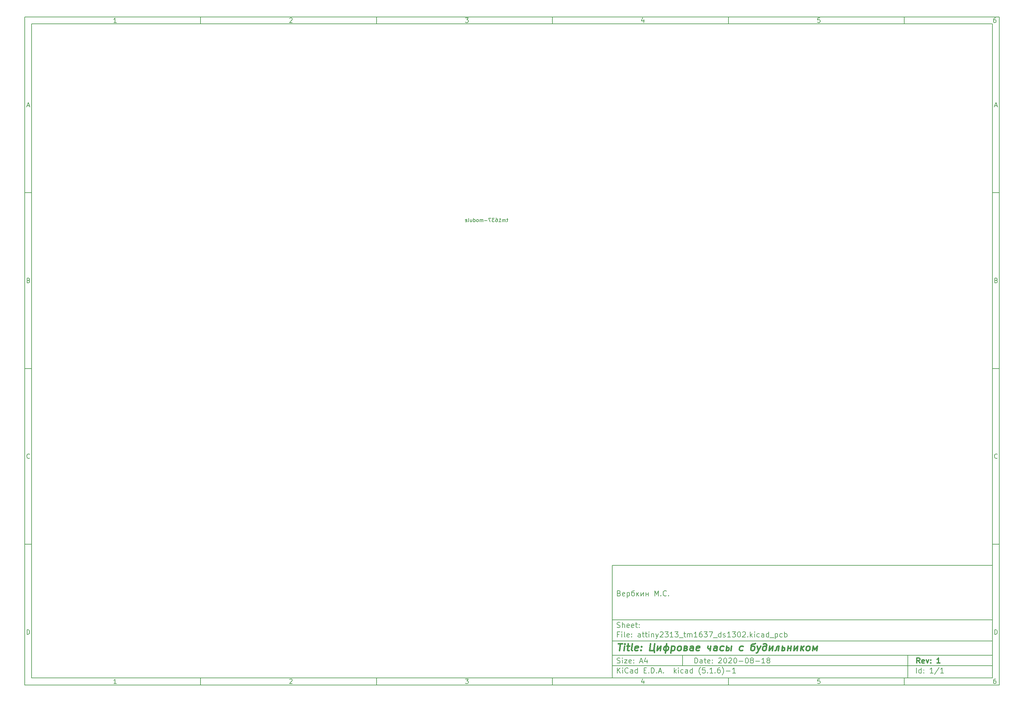
<source format=gbr>
%TF.GenerationSoftware,KiCad,Pcbnew,(5.1.6)-1*%
%TF.CreationDate,2020-08-18T15:16:58+05:00*%
%TF.ProjectId,attiny2313_tm1637_ds1302,61747469-6e79-4323-9331-335f746d3136,1*%
%TF.SameCoordinates,Original*%
%TF.FileFunction,Other,Fab,Bot*%
%FSLAX46Y46*%
G04 Gerber Fmt 4.6, Leading zero omitted, Abs format (unit mm)*
G04 Created by KiCad (PCBNEW (5.1.6)-1) date 2020-08-18 15:16:58*
%MOMM*%
%LPD*%
G01*
G04 APERTURE LIST*
%ADD10C,0.100000*%
%ADD11C,0.150000*%
%ADD12C,0.300000*%
%ADD13C,0.400000*%
G04 APERTURE END LIST*
D10*
D11*
X177002200Y-166007200D02*
X177002200Y-198007200D01*
X285002200Y-198007200D01*
X285002200Y-166007200D01*
X177002200Y-166007200D01*
D10*
D11*
X10000000Y-10000000D02*
X10000000Y-200007200D01*
X287002200Y-200007200D01*
X287002200Y-10000000D01*
X10000000Y-10000000D01*
D10*
D11*
X12000000Y-12000000D02*
X12000000Y-198007200D01*
X285002200Y-198007200D01*
X285002200Y-12000000D01*
X12000000Y-12000000D01*
D10*
D11*
X60000000Y-12000000D02*
X60000000Y-10000000D01*
D10*
D11*
X110000000Y-12000000D02*
X110000000Y-10000000D01*
D10*
D11*
X160000000Y-12000000D02*
X160000000Y-10000000D01*
D10*
D11*
X210000000Y-12000000D02*
X210000000Y-10000000D01*
D10*
D11*
X260000000Y-12000000D02*
X260000000Y-10000000D01*
D10*
D11*
X36065476Y-11588095D02*
X35322619Y-11588095D01*
X35694047Y-11588095D02*
X35694047Y-10288095D01*
X35570238Y-10473809D01*
X35446428Y-10597619D01*
X35322619Y-10659523D01*
D10*
D11*
X85322619Y-10411904D02*
X85384523Y-10350000D01*
X85508333Y-10288095D01*
X85817857Y-10288095D01*
X85941666Y-10350000D01*
X86003571Y-10411904D01*
X86065476Y-10535714D01*
X86065476Y-10659523D01*
X86003571Y-10845238D01*
X85260714Y-11588095D01*
X86065476Y-11588095D01*
D10*
D11*
X135260714Y-10288095D02*
X136065476Y-10288095D01*
X135632142Y-10783333D01*
X135817857Y-10783333D01*
X135941666Y-10845238D01*
X136003571Y-10907142D01*
X136065476Y-11030952D01*
X136065476Y-11340476D01*
X136003571Y-11464285D01*
X135941666Y-11526190D01*
X135817857Y-11588095D01*
X135446428Y-11588095D01*
X135322619Y-11526190D01*
X135260714Y-11464285D01*
D10*
D11*
X185941666Y-10721428D02*
X185941666Y-11588095D01*
X185632142Y-10226190D02*
X185322619Y-11154761D01*
X186127380Y-11154761D01*
D10*
D11*
X236003571Y-10288095D02*
X235384523Y-10288095D01*
X235322619Y-10907142D01*
X235384523Y-10845238D01*
X235508333Y-10783333D01*
X235817857Y-10783333D01*
X235941666Y-10845238D01*
X236003571Y-10907142D01*
X236065476Y-11030952D01*
X236065476Y-11340476D01*
X236003571Y-11464285D01*
X235941666Y-11526190D01*
X235817857Y-11588095D01*
X235508333Y-11588095D01*
X235384523Y-11526190D01*
X235322619Y-11464285D01*
D10*
D11*
X285941666Y-10288095D02*
X285694047Y-10288095D01*
X285570238Y-10350000D01*
X285508333Y-10411904D01*
X285384523Y-10597619D01*
X285322619Y-10845238D01*
X285322619Y-11340476D01*
X285384523Y-11464285D01*
X285446428Y-11526190D01*
X285570238Y-11588095D01*
X285817857Y-11588095D01*
X285941666Y-11526190D01*
X286003571Y-11464285D01*
X286065476Y-11340476D01*
X286065476Y-11030952D01*
X286003571Y-10907142D01*
X285941666Y-10845238D01*
X285817857Y-10783333D01*
X285570238Y-10783333D01*
X285446428Y-10845238D01*
X285384523Y-10907142D01*
X285322619Y-11030952D01*
D10*
D11*
X60000000Y-198007200D02*
X60000000Y-200007200D01*
D10*
D11*
X110000000Y-198007200D02*
X110000000Y-200007200D01*
D10*
D11*
X160000000Y-198007200D02*
X160000000Y-200007200D01*
D10*
D11*
X210000000Y-198007200D02*
X210000000Y-200007200D01*
D10*
D11*
X260000000Y-198007200D02*
X260000000Y-200007200D01*
D10*
D11*
X36065476Y-199595295D02*
X35322619Y-199595295D01*
X35694047Y-199595295D02*
X35694047Y-198295295D01*
X35570238Y-198481009D01*
X35446428Y-198604819D01*
X35322619Y-198666723D01*
D10*
D11*
X85322619Y-198419104D02*
X85384523Y-198357200D01*
X85508333Y-198295295D01*
X85817857Y-198295295D01*
X85941666Y-198357200D01*
X86003571Y-198419104D01*
X86065476Y-198542914D01*
X86065476Y-198666723D01*
X86003571Y-198852438D01*
X85260714Y-199595295D01*
X86065476Y-199595295D01*
D10*
D11*
X135260714Y-198295295D02*
X136065476Y-198295295D01*
X135632142Y-198790533D01*
X135817857Y-198790533D01*
X135941666Y-198852438D01*
X136003571Y-198914342D01*
X136065476Y-199038152D01*
X136065476Y-199347676D01*
X136003571Y-199471485D01*
X135941666Y-199533390D01*
X135817857Y-199595295D01*
X135446428Y-199595295D01*
X135322619Y-199533390D01*
X135260714Y-199471485D01*
D10*
D11*
X185941666Y-198728628D02*
X185941666Y-199595295D01*
X185632142Y-198233390D02*
X185322619Y-199161961D01*
X186127380Y-199161961D01*
D10*
D11*
X236003571Y-198295295D02*
X235384523Y-198295295D01*
X235322619Y-198914342D01*
X235384523Y-198852438D01*
X235508333Y-198790533D01*
X235817857Y-198790533D01*
X235941666Y-198852438D01*
X236003571Y-198914342D01*
X236065476Y-199038152D01*
X236065476Y-199347676D01*
X236003571Y-199471485D01*
X235941666Y-199533390D01*
X235817857Y-199595295D01*
X235508333Y-199595295D01*
X235384523Y-199533390D01*
X235322619Y-199471485D01*
D10*
D11*
X285941666Y-198295295D02*
X285694047Y-198295295D01*
X285570238Y-198357200D01*
X285508333Y-198419104D01*
X285384523Y-198604819D01*
X285322619Y-198852438D01*
X285322619Y-199347676D01*
X285384523Y-199471485D01*
X285446428Y-199533390D01*
X285570238Y-199595295D01*
X285817857Y-199595295D01*
X285941666Y-199533390D01*
X286003571Y-199471485D01*
X286065476Y-199347676D01*
X286065476Y-199038152D01*
X286003571Y-198914342D01*
X285941666Y-198852438D01*
X285817857Y-198790533D01*
X285570238Y-198790533D01*
X285446428Y-198852438D01*
X285384523Y-198914342D01*
X285322619Y-199038152D01*
D10*
D11*
X10000000Y-60000000D02*
X12000000Y-60000000D01*
D10*
D11*
X10000000Y-110000000D02*
X12000000Y-110000000D01*
D10*
D11*
X10000000Y-160000000D02*
X12000000Y-160000000D01*
D10*
D11*
X10690476Y-35216666D02*
X11309523Y-35216666D01*
X10566666Y-35588095D02*
X11000000Y-34288095D01*
X11433333Y-35588095D01*
D10*
D11*
X11092857Y-84907142D02*
X11278571Y-84969047D01*
X11340476Y-85030952D01*
X11402380Y-85154761D01*
X11402380Y-85340476D01*
X11340476Y-85464285D01*
X11278571Y-85526190D01*
X11154761Y-85588095D01*
X10659523Y-85588095D01*
X10659523Y-84288095D01*
X11092857Y-84288095D01*
X11216666Y-84350000D01*
X11278571Y-84411904D01*
X11340476Y-84535714D01*
X11340476Y-84659523D01*
X11278571Y-84783333D01*
X11216666Y-84845238D01*
X11092857Y-84907142D01*
X10659523Y-84907142D01*
D10*
D11*
X11402380Y-135464285D02*
X11340476Y-135526190D01*
X11154761Y-135588095D01*
X11030952Y-135588095D01*
X10845238Y-135526190D01*
X10721428Y-135402380D01*
X10659523Y-135278571D01*
X10597619Y-135030952D01*
X10597619Y-134845238D01*
X10659523Y-134597619D01*
X10721428Y-134473809D01*
X10845238Y-134350000D01*
X11030952Y-134288095D01*
X11154761Y-134288095D01*
X11340476Y-134350000D01*
X11402380Y-134411904D01*
D10*
D11*
X10659523Y-185588095D02*
X10659523Y-184288095D01*
X10969047Y-184288095D01*
X11154761Y-184350000D01*
X11278571Y-184473809D01*
X11340476Y-184597619D01*
X11402380Y-184845238D01*
X11402380Y-185030952D01*
X11340476Y-185278571D01*
X11278571Y-185402380D01*
X11154761Y-185526190D01*
X10969047Y-185588095D01*
X10659523Y-185588095D01*
D10*
D11*
X287002200Y-60000000D02*
X285002200Y-60000000D01*
D10*
D11*
X287002200Y-110000000D02*
X285002200Y-110000000D01*
D10*
D11*
X287002200Y-160000000D02*
X285002200Y-160000000D01*
D10*
D11*
X285692676Y-35216666D02*
X286311723Y-35216666D01*
X285568866Y-35588095D02*
X286002200Y-34288095D01*
X286435533Y-35588095D01*
D10*
D11*
X286095057Y-84907142D02*
X286280771Y-84969047D01*
X286342676Y-85030952D01*
X286404580Y-85154761D01*
X286404580Y-85340476D01*
X286342676Y-85464285D01*
X286280771Y-85526190D01*
X286156961Y-85588095D01*
X285661723Y-85588095D01*
X285661723Y-84288095D01*
X286095057Y-84288095D01*
X286218866Y-84350000D01*
X286280771Y-84411904D01*
X286342676Y-84535714D01*
X286342676Y-84659523D01*
X286280771Y-84783333D01*
X286218866Y-84845238D01*
X286095057Y-84907142D01*
X285661723Y-84907142D01*
D10*
D11*
X286404580Y-135464285D02*
X286342676Y-135526190D01*
X286156961Y-135588095D01*
X286033152Y-135588095D01*
X285847438Y-135526190D01*
X285723628Y-135402380D01*
X285661723Y-135278571D01*
X285599819Y-135030952D01*
X285599819Y-134845238D01*
X285661723Y-134597619D01*
X285723628Y-134473809D01*
X285847438Y-134350000D01*
X286033152Y-134288095D01*
X286156961Y-134288095D01*
X286342676Y-134350000D01*
X286404580Y-134411904D01*
D10*
D11*
X285661723Y-185588095D02*
X285661723Y-184288095D01*
X285971247Y-184288095D01*
X286156961Y-184350000D01*
X286280771Y-184473809D01*
X286342676Y-184597619D01*
X286404580Y-184845238D01*
X286404580Y-185030952D01*
X286342676Y-185278571D01*
X286280771Y-185402380D01*
X286156961Y-185526190D01*
X285971247Y-185588095D01*
X285661723Y-185588095D01*
D10*
D11*
X200434342Y-193785771D02*
X200434342Y-192285771D01*
X200791485Y-192285771D01*
X201005771Y-192357200D01*
X201148628Y-192500057D01*
X201220057Y-192642914D01*
X201291485Y-192928628D01*
X201291485Y-193142914D01*
X201220057Y-193428628D01*
X201148628Y-193571485D01*
X201005771Y-193714342D01*
X200791485Y-193785771D01*
X200434342Y-193785771D01*
X202577200Y-193785771D02*
X202577200Y-193000057D01*
X202505771Y-192857200D01*
X202362914Y-192785771D01*
X202077200Y-192785771D01*
X201934342Y-192857200D01*
X202577200Y-193714342D02*
X202434342Y-193785771D01*
X202077200Y-193785771D01*
X201934342Y-193714342D01*
X201862914Y-193571485D01*
X201862914Y-193428628D01*
X201934342Y-193285771D01*
X202077200Y-193214342D01*
X202434342Y-193214342D01*
X202577200Y-193142914D01*
X203077200Y-192785771D02*
X203648628Y-192785771D01*
X203291485Y-192285771D02*
X203291485Y-193571485D01*
X203362914Y-193714342D01*
X203505771Y-193785771D01*
X203648628Y-193785771D01*
X204720057Y-193714342D02*
X204577200Y-193785771D01*
X204291485Y-193785771D01*
X204148628Y-193714342D01*
X204077200Y-193571485D01*
X204077200Y-193000057D01*
X204148628Y-192857200D01*
X204291485Y-192785771D01*
X204577200Y-192785771D01*
X204720057Y-192857200D01*
X204791485Y-193000057D01*
X204791485Y-193142914D01*
X204077200Y-193285771D01*
X205434342Y-193642914D02*
X205505771Y-193714342D01*
X205434342Y-193785771D01*
X205362914Y-193714342D01*
X205434342Y-193642914D01*
X205434342Y-193785771D01*
X205434342Y-192857200D02*
X205505771Y-192928628D01*
X205434342Y-193000057D01*
X205362914Y-192928628D01*
X205434342Y-192857200D01*
X205434342Y-193000057D01*
X207220057Y-192428628D02*
X207291485Y-192357200D01*
X207434342Y-192285771D01*
X207791485Y-192285771D01*
X207934342Y-192357200D01*
X208005771Y-192428628D01*
X208077200Y-192571485D01*
X208077200Y-192714342D01*
X208005771Y-192928628D01*
X207148628Y-193785771D01*
X208077200Y-193785771D01*
X209005771Y-192285771D02*
X209148628Y-192285771D01*
X209291485Y-192357200D01*
X209362914Y-192428628D01*
X209434342Y-192571485D01*
X209505771Y-192857200D01*
X209505771Y-193214342D01*
X209434342Y-193500057D01*
X209362914Y-193642914D01*
X209291485Y-193714342D01*
X209148628Y-193785771D01*
X209005771Y-193785771D01*
X208862914Y-193714342D01*
X208791485Y-193642914D01*
X208720057Y-193500057D01*
X208648628Y-193214342D01*
X208648628Y-192857200D01*
X208720057Y-192571485D01*
X208791485Y-192428628D01*
X208862914Y-192357200D01*
X209005771Y-192285771D01*
X210077200Y-192428628D02*
X210148628Y-192357200D01*
X210291485Y-192285771D01*
X210648628Y-192285771D01*
X210791485Y-192357200D01*
X210862914Y-192428628D01*
X210934342Y-192571485D01*
X210934342Y-192714342D01*
X210862914Y-192928628D01*
X210005771Y-193785771D01*
X210934342Y-193785771D01*
X211862914Y-192285771D02*
X212005771Y-192285771D01*
X212148628Y-192357200D01*
X212220057Y-192428628D01*
X212291485Y-192571485D01*
X212362914Y-192857200D01*
X212362914Y-193214342D01*
X212291485Y-193500057D01*
X212220057Y-193642914D01*
X212148628Y-193714342D01*
X212005771Y-193785771D01*
X211862914Y-193785771D01*
X211720057Y-193714342D01*
X211648628Y-193642914D01*
X211577200Y-193500057D01*
X211505771Y-193214342D01*
X211505771Y-192857200D01*
X211577200Y-192571485D01*
X211648628Y-192428628D01*
X211720057Y-192357200D01*
X211862914Y-192285771D01*
X213005771Y-193214342D02*
X214148628Y-193214342D01*
X215148628Y-192285771D02*
X215291485Y-192285771D01*
X215434342Y-192357200D01*
X215505771Y-192428628D01*
X215577200Y-192571485D01*
X215648628Y-192857200D01*
X215648628Y-193214342D01*
X215577200Y-193500057D01*
X215505771Y-193642914D01*
X215434342Y-193714342D01*
X215291485Y-193785771D01*
X215148628Y-193785771D01*
X215005771Y-193714342D01*
X214934342Y-193642914D01*
X214862914Y-193500057D01*
X214791485Y-193214342D01*
X214791485Y-192857200D01*
X214862914Y-192571485D01*
X214934342Y-192428628D01*
X215005771Y-192357200D01*
X215148628Y-192285771D01*
X216505771Y-192928628D02*
X216362914Y-192857200D01*
X216291485Y-192785771D01*
X216220057Y-192642914D01*
X216220057Y-192571485D01*
X216291485Y-192428628D01*
X216362914Y-192357200D01*
X216505771Y-192285771D01*
X216791485Y-192285771D01*
X216934342Y-192357200D01*
X217005771Y-192428628D01*
X217077200Y-192571485D01*
X217077200Y-192642914D01*
X217005771Y-192785771D01*
X216934342Y-192857200D01*
X216791485Y-192928628D01*
X216505771Y-192928628D01*
X216362914Y-193000057D01*
X216291485Y-193071485D01*
X216220057Y-193214342D01*
X216220057Y-193500057D01*
X216291485Y-193642914D01*
X216362914Y-193714342D01*
X216505771Y-193785771D01*
X216791485Y-193785771D01*
X216934342Y-193714342D01*
X217005771Y-193642914D01*
X217077200Y-193500057D01*
X217077200Y-193214342D01*
X217005771Y-193071485D01*
X216934342Y-193000057D01*
X216791485Y-192928628D01*
X217720057Y-193214342D02*
X218862914Y-193214342D01*
X220362914Y-193785771D02*
X219505771Y-193785771D01*
X219934342Y-193785771D02*
X219934342Y-192285771D01*
X219791485Y-192500057D01*
X219648628Y-192642914D01*
X219505771Y-192714342D01*
X221220057Y-192928628D02*
X221077200Y-192857200D01*
X221005771Y-192785771D01*
X220934342Y-192642914D01*
X220934342Y-192571485D01*
X221005771Y-192428628D01*
X221077200Y-192357200D01*
X221220057Y-192285771D01*
X221505771Y-192285771D01*
X221648628Y-192357200D01*
X221720057Y-192428628D01*
X221791485Y-192571485D01*
X221791485Y-192642914D01*
X221720057Y-192785771D01*
X221648628Y-192857200D01*
X221505771Y-192928628D01*
X221220057Y-192928628D01*
X221077200Y-193000057D01*
X221005771Y-193071485D01*
X220934342Y-193214342D01*
X220934342Y-193500057D01*
X221005771Y-193642914D01*
X221077200Y-193714342D01*
X221220057Y-193785771D01*
X221505771Y-193785771D01*
X221648628Y-193714342D01*
X221720057Y-193642914D01*
X221791485Y-193500057D01*
X221791485Y-193214342D01*
X221720057Y-193071485D01*
X221648628Y-193000057D01*
X221505771Y-192928628D01*
D10*
D11*
X177002200Y-194507200D02*
X285002200Y-194507200D01*
D10*
D11*
X178434342Y-196585771D02*
X178434342Y-195085771D01*
X179291485Y-196585771D02*
X178648628Y-195728628D01*
X179291485Y-195085771D02*
X178434342Y-195942914D01*
X179934342Y-196585771D02*
X179934342Y-195585771D01*
X179934342Y-195085771D02*
X179862914Y-195157200D01*
X179934342Y-195228628D01*
X180005771Y-195157200D01*
X179934342Y-195085771D01*
X179934342Y-195228628D01*
X181505771Y-196442914D02*
X181434342Y-196514342D01*
X181220057Y-196585771D01*
X181077200Y-196585771D01*
X180862914Y-196514342D01*
X180720057Y-196371485D01*
X180648628Y-196228628D01*
X180577200Y-195942914D01*
X180577200Y-195728628D01*
X180648628Y-195442914D01*
X180720057Y-195300057D01*
X180862914Y-195157200D01*
X181077200Y-195085771D01*
X181220057Y-195085771D01*
X181434342Y-195157200D01*
X181505771Y-195228628D01*
X182791485Y-196585771D02*
X182791485Y-195800057D01*
X182720057Y-195657200D01*
X182577200Y-195585771D01*
X182291485Y-195585771D01*
X182148628Y-195657200D01*
X182791485Y-196514342D02*
X182648628Y-196585771D01*
X182291485Y-196585771D01*
X182148628Y-196514342D01*
X182077200Y-196371485D01*
X182077200Y-196228628D01*
X182148628Y-196085771D01*
X182291485Y-196014342D01*
X182648628Y-196014342D01*
X182791485Y-195942914D01*
X184148628Y-196585771D02*
X184148628Y-195085771D01*
X184148628Y-196514342D02*
X184005771Y-196585771D01*
X183720057Y-196585771D01*
X183577200Y-196514342D01*
X183505771Y-196442914D01*
X183434342Y-196300057D01*
X183434342Y-195871485D01*
X183505771Y-195728628D01*
X183577200Y-195657200D01*
X183720057Y-195585771D01*
X184005771Y-195585771D01*
X184148628Y-195657200D01*
X186005771Y-195800057D02*
X186505771Y-195800057D01*
X186720057Y-196585771D02*
X186005771Y-196585771D01*
X186005771Y-195085771D01*
X186720057Y-195085771D01*
X187362914Y-196442914D02*
X187434342Y-196514342D01*
X187362914Y-196585771D01*
X187291485Y-196514342D01*
X187362914Y-196442914D01*
X187362914Y-196585771D01*
X188077200Y-196585771D02*
X188077200Y-195085771D01*
X188434342Y-195085771D01*
X188648628Y-195157200D01*
X188791485Y-195300057D01*
X188862914Y-195442914D01*
X188934342Y-195728628D01*
X188934342Y-195942914D01*
X188862914Y-196228628D01*
X188791485Y-196371485D01*
X188648628Y-196514342D01*
X188434342Y-196585771D01*
X188077200Y-196585771D01*
X189577200Y-196442914D02*
X189648628Y-196514342D01*
X189577200Y-196585771D01*
X189505771Y-196514342D01*
X189577200Y-196442914D01*
X189577200Y-196585771D01*
X190220057Y-196157200D02*
X190934342Y-196157200D01*
X190077200Y-196585771D02*
X190577200Y-195085771D01*
X191077200Y-196585771D01*
X191577200Y-196442914D02*
X191648628Y-196514342D01*
X191577200Y-196585771D01*
X191505771Y-196514342D01*
X191577200Y-196442914D01*
X191577200Y-196585771D01*
X194577200Y-196585771D02*
X194577200Y-195085771D01*
X194720057Y-196014342D02*
X195148628Y-196585771D01*
X195148628Y-195585771D02*
X194577200Y-196157200D01*
X195791485Y-196585771D02*
X195791485Y-195585771D01*
X195791485Y-195085771D02*
X195720057Y-195157200D01*
X195791485Y-195228628D01*
X195862914Y-195157200D01*
X195791485Y-195085771D01*
X195791485Y-195228628D01*
X197148628Y-196514342D02*
X197005771Y-196585771D01*
X196720057Y-196585771D01*
X196577200Y-196514342D01*
X196505771Y-196442914D01*
X196434342Y-196300057D01*
X196434342Y-195871485D01*
X196505771Y-195728628D01*
X196577200Y-195657200D01*
X196720057Y-195585771D01*
X197005771Y-195585771D01*
X197148628Y-195657200D01*
X198434342Y-196585771D02*
X198434342Y-195800057D01*
X198362914Y-195657200D01*
X198220057Y-195585771D01*
X197934342Y-195585771D01*
X197791485Y-195657200D01*
X198434342Y-196514342D02*
X198291485Y-196585771D01*
X197934342Y-196585771D01*
X197791485Y-196514342D01*
X197720057Y-196371485D01*
X197720057Y-196228628D01*
X197791485Y-196085771D01*
X197934342Y-196014342D01*
X198291485Y-196014342D01*
X198434342Y-195942914D01*
X199791485Y-196585771D02*
X199791485Y-195085771D01*
X199791485Y-196514342D02*
X199648628Y-196585771D01*
X199362914Y-196585771D01*
X199220057Y-196514342D01*
X199148628Y-196442914D01*
X199077200Y-196300057D01*
X199077200Y-195871485D01*
X199148628Y-195728628D01*
X199220057Y-195657200D01*
X199362914Y-195585771D01*
X199648628Y-195585771D01*
X199791485Y-195657200D01*
X202077200Y-197157200D02*
X202005771Y-197085771D01*
X201862914Y-196871485D01*
X201791485Y-196728628D01*
X201720057Y-196514342D01*
X201648628Y-196157200D01*
X201648628Y-195871485D01*
X201720057Y-195514342D01*
X201791485Y-195300057D01*
X201862914Y-195157200D01*
X202005771Y-194942914D01*
X202077200Y-194871485D01*
X203362914Y-195085771D02*
X202648628Y-195085771D01*
X202577200Y-195800057D01*
X202648628Y-195728628D01*
X202791485Y-195657200D01*
X203148628Y-195657200D01*
X203291485Y-195728628D01*
X203362914Y-195800057D01*
X203434342Y-195942914D01*
X203434342Y-196300057D01*
X203362914Y-196442914D01*
X203291485Y-196514342D01*
X203148628Y-196585771D01*
X202791485Y-196585771D01*
X202648628Y-196514342D01*
X202577200Y-196442914D01*
X204077200Y-196442914D02*
X204148628Y-196514342D01*
X204077200Y-196585771D01*
X204005771Y-196514342D01*
X204077200Y-196442914D01*
X204077200Y-196585771D01*
X205577200Y-196585771D02*
X204720057Y-196585771D01*
X205148628Y-196585771D02*
X205148628Y-195085771D01*
X205005771Y-195300057D01*
X204862914Y-195442914D01*
X204720057Y-195514342D01*
X206220057Y-196442914D02*
X206291485Y-196514342D01*
X206220057Y-196585771D01*
X206148628Y-196514342D01*
X206220057Y-196442914D01*
X206220057Y-196585771D01*
X207577200Y-195085771D02*
X207291485Y-195085771D01*
X207148628Y-195157200D01*
X207077200Y-195228628D01*
X206934342Y-195442914D01*
X206862914Y-195728628D01*
X206862914Y-196300057D01*
X206934342Y-196442914D01*
X207005771Y-196514342D01*
X207148628Y-196585771D01*
X207434342Y-196585771D01*
X207577200Y-196514342D01*
X207648628Y-196442914D01*
X207720057Y-196300057D01*
X207720057Y-195942914D01*
X207648628Y-195800057D01*
X207577200Y-195728628D01*
X207434342Y-195657200D01*
X207148628Y-195657200D01*
X207005771Y-195728628D01*
X206934342Y-195800057D01*
X206862914Y-195942914D01*
X208220057Y-197157200D02*
X208291485Y-197085771D01*
X208434342Y-196871485D01*
X208505771Y-196728628D01*
X208577200Y-196514342D01*
X208648628Y-196157200D01*
X208648628Y-195871485D01*
X208577200Y-195514342D01*
X208505771Y-195300057D01*
X208434342Y-195157200D01*
X208291485Y-194942914D01*
X208220057Y-194871485D01*
X209362914Y-196014342D02*
X210505771Y-196014342D01*
X212005771Y-196585771D02*
X211148628Y-196585771D01*
X211577200Y-196585771D02*
X211577200Y-195085771D01*
X211434342Y-195300057D01*
X211291485Y-195442914D01*
X211148628Y-195514342D01*
D10*
D11*
X177002200Y-191507200D02*
X285002200Y-191507200D01*
D10*
D12*
X264411485Y-193785771D02*
X263911485Y-193071485D01*
X263554342Y-193785771D02*
X263554342Y-192285771D01*
X264125771Y-192285771D01*
X264268628Y-192357200D01*
X264340057Y-192428628D01*
X264411485Y-192571485D01*
X264411485Y-192785771D01*
X264340057Y-192928628D01*
X264268628Y-193000057D01*
X264125771Y-193071485D01*
X263554342Y-193071485D01*
X265625771Y-193714342D02*
X265482914Y-193785771D01*
X265197200Y-193785771D01*
X265054342Y-193714342D01*
X264982914Y-193571485D01*
X264982914Y-193000057D01*
X265054342Y-192857200D01*
X265197200Y-192785771D01*
X265482914Y-192785771D01*
X265625771Y-192857200D01*
X265697200Y-193000057D01*
X265697200Y-193142914D01*
X264982914Y-193285771D01*
X266197200Y-192785771D02*
X266554342Y-193785771D01*
X266911485Y-192785771D01*
X267482914Y-193642914D02*
X267554342Y-193714342D01*
X267482914Y-193785771D01*
X267411485Y-193714342D01*
X267482914Y-193642914D01*
X267482914Y-193785771D01*
X267482914Y-192857200D02*
X267554342Y-192928628D01*
X267482914Y-193000057D01*
X267411485Y-192928628D01*
X267482914Y-192857200D01*
X267482914Y-193000057D01*
X270125771Y-193785771D02*
X269268628Y-193785771D01*
X269697200Y-193785771D02*
X269697200Y-192285771D01*
X269554342Y-192500057D01*
X269411485Y-192642914D01*
X269268628Y-192714342D01*
D10*
D11*
X178362914Y-193714342D02*
X178577200Y-193785771D01*
X178934342Y-193785771D01*
X179077200Y-193714342D01*
X179148628Y-193642914D01*
X179220057Y-193500057D01*
X179220057Y-193357200D01*
X179148628Y-193214342D01*
X179077200Y-193142914D01*
X178934342Y-193071485D01*
X178648628Y-193000057D01*
X178505771Y-192928628D01*
X178434342Y-192857200D01*
X178362914Y-192714342D01*
X178362914Y-192571485D01*
X178434342Y-192428628D01*
X178505771Y-192357200D01*
X178648628Y-192285771D01*
X179005771Y-192285771D01*
X179220057Y-192357200D01*
X179862914Y-193785771D02*
X179862914Y-192785771D01*
X179862914Y-192285771D02*
X179791485Y-192357200D01*
X179862914Y-192428628D01*
X179934342Y-192357200D01*
X179862914Y-192285771D01*
X179862914Y-192428628D01*
X180434342Y-192785771D02*
X181220057Y-192785771D01*
X180434342Y-193785771D01*
X181220057Y-193785771D01*
X182362914Y-193714342D02*
X182220057Y-193785771D01*
X181934342Y-193785771D01*
X181791485Y-193714342D01*
X181720057Y-193571485D01*
X181720057Y-193000057D01*
X181791485Y-192857200D01*
X181934342Y-192785771D01*
X182220057Y-192785771D01*
X182362914Y-192857200D01*
X182434342Y-193000057D01*
X182434342Y-193142914D01*
X181720057Y-193285771D01*
X183077200Y-193642914D02*
X183148628Y-193714342D01*
X183077200Y-193785771D01*
X183005771Y-193714342D01*
X183077200Y-193642914D01*
X183077200Y-193785771D01*
X183077200Y-192857200D02*
X183148628Y-192928628D01*
X183077200Y-193000057D01*
X183005771Y-192928628D01*
X183077200Y-192857200D01*
X183077200Y-193000057D01*
X184862914Y-193357200D02*
X185577200Y-193357200D01*
X184720057Y-193785771D02*
X185220057Y-192285771D01*
X185720057Y-193785771D01*
X186862914Y-192785771D02*
X186862914Y-193785771D01*
X186505771Y-192214342D02*
X186148628Y-193285771D01*
X187077200Y-193285771D01*
D10*
D11*
X263434342Y-196585771D02*
X263434342Y-195085771D01*
X264791485Y-196585771D02*
X264791485Y-195085771D01*
X264791485Y-196514342D02*
X264648628Y-196585771D01*
X264362914Y-196585771D01*
X264220057Y-196514342D01*
X264148628Y-196442914D01*
X264077200Y-196300057D01*
X264077200Y-195871485D01*
X264148628Y-195728628D01*
X264220057Y-195657200D01*
X264362914Y-195585771D01*
X264648628Y-195585771D01*
X264791485Y-195657200D01*
X265505771Y-196442914D02*
X265577200Y-196514342D01*
X265505771Y-196585771D01*
X265434342Y-196514342D01*
X265505771Y-196442914D01*
X265505771Y-196585771D01*
X265505771Y-195657200D02*
X265577200Y-195728628D01*
X265505771Y-195800057D01*
X265434342Y-195728628D01*
X265505771Y-195657200D01*
X265505771Y-195800057D01*
X268148628Y-196585771D02*
X267291485Y-196585771D01*
X267720057Y-196585771D02*
X267720057Y-195085771D01*
X267577200Y-195300057D01*
X267434342Y-195442914D01*
X267291485Y-195514342D01*
X269862914Y-195014342D02*
X268577200Y-196942914D01*
X271148628Y-196585771D02*
X270291485Y-196585771D01*
X270720057Y-196585771D02*
X270720057Y-195085771D01*
X270577200Y-195300057D01*
X270434342Y-195442914D01*
X270291485Y-195514342D01*
D10*
D11*
X177002200Y-187507200D02*
X285002200Y-187507200D01*
D10*
D13*
X178714580Y-188211961D02*
X179857438Y-188211961D01*
X179036009Y-190211961D02*
X179286009Y-188211961D01*
X180274104Y-190211961D02*
X180440771Y-188878628D01*
X180524104Y-188211961D02*
X180416961Y-188307200D01*
X180500295Y-188402438D01*
X180607438Y-188307200D01*
X180524104Y-188211961D01*
X180500295Y-188402438D01*
X181107438Y-188878628D02*
X181869342Y-188878628D01*
X181476485Y-188211961D02*
X181262200Y-189926247D01*
X181333628Y-190116723D01*
X181512200Y-190211961D01*
X181702676Y-190211961D01*
X182655057Y-190211961D02*
X182476485Y-190116723D01*
X182405057Y-189926247D01*
X182619342Y-188211961D01*
X184190771Y-190116723D02*
X183988390Y-190211961D01*
X183607438Y-190211961D01*
X183428866Y-190116723D01*
X183357438Y-189926247D01*
X183452676Y-189164342D01*
X183571723Y-188973866D01*
X183774104Y-188878628D01*
X184155057Y-188878628D01*
X184333628Y-188973866D01*
X184405057Y-189164342D01*
X184381247Y-189354819D01*
X183405057Y-189545295D01*
X185155057Y-190021485D02*
X185238390Y-190116723D01*
X185131247Y-190211961D01*
X185047914Y-190116723D01*
X185155057Y-190021485D01*
X185131247Y-190211961D01*
X185286009Y-188973866D02*
X185369342Y-189069104D01*
X185262200Y-189164342D01*
X185178866Y-189069104D01*
X185286009Y-188973866D01*
X185262200Y-189164342D01*
X189000295Y-188211961D02*
X188750295Y-190211961D01*
X187857438Y-188211961D02*
X187607438Y-190211961D01*
X188940771Y-190211961D01*
X188881247Y-190688152D01*
X189869342Y-188878628D02*
X189702676Y-190211961D01*
X190821723Y-188878628D01*
X190655057Y-190211961D01*
X192428866Y-188211961D02*
X192095533Y-190878628D01*
X192155057Y-188878628D02*
X192536009Y-188878628D01*
X192714580Y-188973866D01*
X192881247Y-189164342D01*
X192952676Y-189354819D01*
X192905057Y-189735771D01*
X192786009Y-189926247D01*
X192571723Y-190116723D01*
X192369342Y-190211961D01*
X191988390Y-190211961D01*
X191809819Y-190116723D01*
X191643152Y-189926247D01*
X191571723Y-189735771D01*
X191619342Y-189354819D01*
X191738390Y-189164342D01*
X191952676Y-188973866D01*
X192155057Y-188878628D01*
X193869342Y-188878628D02*
X193619342Y-190878628D01*
X193857438Y-188973866D02*
X194059819Y-188878628D01*
X194440771Y-188878628D01*
X194619342Y-188973866D01*
X194702676Y-189069104D01*
X194774104Y-189259580D01*
X194702676Y-189831009D01*
X194583628Y-190021485D01*
X194476485Y-190116723D01*
X194274104Y-190211961D01*
X193893152Y-190211961D01*
X193714580Y-190116723D01*
X195797914Y-190211961D02*
X195619342Y-190116723D01*
X195536009Y-190021485D01*
X195464580Y-189831009D01*
X195536009Y-189259580D01*
X195655057Y-189069104D01*
X195762200Y-188973866D01*
X195964580Y-188878628D01*
X196250295Y-188878628D01*
X196428866Y-188973866D01*
X196512200Y-189069104D01*
X196583628Y-189259580D01*
X196512200Y-189831009D01*
X196393152Y-190021485D01*
X196286009Y-190116723D01*
X196083628Y-190211961D01*
X195797914Y-190211961D01*
X197881247Y-189545295D02*
X198155057Y-189640533D01*
X198226485Y-189831009D01*
X198214580Y-189926247D01*
X198095533Y-190116723D01*
X197893152Y-190211961D01*
X197321723Y-190211961D01*
X197488390Y-188878628D01*
X197964580Y-188878628D01*
X198143152Y-188973866D01*
X198214580Y-189164342D01*
X198202676Y-189259580D01*
X198083628Y-189450057D01*
X197881247Y-189545295D01*
X197405057Y-189545295D01*
X199893152Y-190211961D02*
X200024104Y-189164342D01*
X199952676Y-188973866D01*
X199774104Y-188878628D01*
X199393152Y-188878628D01*
X199190771Y-188973866D01*
X199905057Y-190116723D02*
X199702676Y-190211961D01*
X199226485Y-190211961D01*
X199047914Y-190116723D01*
X198976485Y-189926247D01*
X199000295Y-189735771D01*
X199119342Y-189545295D01*
X199321723Y-189450057D01*
X199797914Y-189450057D01*
X200000295Y-189354819D01*
X201619342Y-190116723D02*
X201416961Y-190211961D01*
X201036009Y-190211961D01*
X200857438Y-190116723D01*
X200786009Y-189926247D01*
X200881247Y-189164342D01*
X201000295Y-188973866D01*
X201202676Y-188878628D01*
X201583628Y-188878628D01*
X201762200Y-188973866D01*
X201833628Y-189164342D01*
X201809819Y-189354819D01*
X200833628Y-189545295D01*
X204916961Y-188878628D02*
X204750295Y-190211961D01*
X204155057Y-188878628D02*
X204095533Y-189354819D01*
X204166961Y-189545295D01*
X204345533Y-189640533D01*
X204821723Y-189640533D01*
X206655057Y-190211961D02*
X206786009Y-189164342D01*
X206714580Y-188973866D01*
X206536009Y-188878628D01*
X206155057Y-188878628D01*
X205952676Y-188973866D01*
X206666961Y-190116723D02*
X206464580Y-190211961D01*
X205988390Y-190211961D01*
X205809819Y-190116723D01*
X205738390Y-189926247D01*
X205762200Y-189735771D01*
X205881247Y-189545295D01*
X206083628Y-189450057D01*
X206559819Y-189450057D01*
X206762200Y-189354819D01*
X208476485Y-190116723D02*
X208274104Y-190211961D01*
X207893152Y-190211961D01*
X207714580Y-190116723D01*
X207631247Y-190021485D01*
X207559819Y-189831009D01*
X207631247Y-189259580D01*
X207750295Y-189069104D01*
X207857438Y-188973866D01*
X208059819Y-188878628D01*
X208440771Y-188878628D01*
X208619342Y-188973866D01*
X210821723Y-188878628D02*
X210655057Y-190211961D01*
X209488390Y-188878628D02*
X209321723Y-190211961D01*
X209797914Y-190211961D01*
X210000295Y-190116723D01*
X210119342Y-189926247D01*
X210155057Y-189640533D01*
X210083628Y-189450057D01*
X209905057Y-189354819D01*
X209428866Y-189354819D01*
X214000295Y-190116723D02*
X213797914Y-190211961D01*
X213416961Y-190211961D01*
X213238390Y-190116723D01*
X213155057Y-190021485D01*
X213083628Y-189831009D01*
X213155057Y-189259580D01*
X213274104Y-189069104D01*
X213381247Y-188973866D01*
X213583628Y-188878628D01*
X213964580Y-188878628D01*
X214143152Y-188973866D01*
X217583628Y-188116723D02*
X217476485Y-188211961D01*
X217274104Y-188307200D01*
X216893152Y-188307200D01*
X216690771Y-188402438D01*
X216583628Y-188497676D01*
X216464580Y-188688152D01*
X216321723Y-189831009D01*
X216393152Y-190021485D01*
X216476485Y-190116723D01*
X216655057Y-190211961D01*
X216940771Y-190211961D01*
X217143152Y-190116723D01*
X217250295Y-190021485D01*
X217369342Y-189831009D01*
X217440771Y-189259580D01*
X217369342Y-189069104D01*
X217286009Y-188973866D01*
X217107438Y-188878628D01*
X216726485Y-188878628D01*
X216524104Y-188973866D01*
X216416961Y-189069104D01*
X218155057Y-188878628D02*
X218464580Y-190211961D01*
X219107438Y-188878628D02*
X218464580Y-190211961D01*
X218214580Y-190688152D01*
X218107438Y-190783390D01*
X217905057Y-190878628D01*
X220797914Y-189069104D02*
X220714580Y-188973866D01*
X220536009Y-188878628D01*
X220155057Y-188878628D01*
X219952676Y-188973866D01*
X219845533Y-189069104D01*
X219726485Y-189259580D01*
X219655057Y-189831009D01*
X219726485Y-190021485D01*
X219809819Y-190116723D01*
X219988390Y-190211961D01*
X220274104Y-190211961D01*
X220476485Y-190116723D01*
X220583628Y-190021485D01*
X220702676Y-189831009D01*
X220857438Y-188592914D01*
X220786009Y-188402438D01*
X220702676Y-188307200D01*
X220524104Y-188211961D01*
X220143152Y-188211961D01*
X219940771Y-188307200D01*
X221678866Y-188878628D02*
X221512200Y-190211961D01*
X222631247Y-188878628D01*
X222464580Y-190211961D01*
X224178866Y-190211961D02*
X224345533Y-188878628D01*
X224059819Y-188878628D01*
X223857438Y-188973866D01*
X223738390Y-189164342D01*
X223547914Y-189926247D01*
X223428866Y-190116723D01*
X223226485Y-190211961D01*
X225297914Y-188878628D02*
X225131247Y-190211961D01*
X225607438Y-190211961D01*
X225809819Y-190116723D01*
X225928866Y-189926247D01*
X225964580Y-189640533D01*
X225893152Y-189450057D01*
X225714580Y-189354819D01*
X225238390Y-189354819D01*
X226833628Y-189545295D02*
X227690771Y-189545295D01*
X226916961Y-188878628D02*
X226750295Y-190211961D01*
X227774104Y-188878628D02*
X227607438Y-190211961D01*
X228726485Y-188878628D02*
X228559819Y-190211961D01*
X229678866Y-188878628D01*
X229512199Y-190211961D01*
X230631247Y-188878628D02*
X230464580Y-190211961D01*
X230750295Y-189450057D02*
X231226485Y-190211961D01*
X231393152Y-188878628D02*
X230536009Y-189640533D01*
X232369342Y-190211961D02*
X232190771Y-190116723D01*
X232107438Y-190021485D01*
X232036009Y-189831009D01*
X232107438Y-189259580D01*
X232226485Y-189069104D01*
X232333628Y-188973866D01*
X232536009Y-188878628D01*
X232821723Y-188878628D01*
X233000295Y-188973866D01*
X233083628Y-189069104D01*
X233155057Y-189259580D01*
X233083628Y-189831009D01*
X232964580Y-190021485D01*
X232857438Y-190116723D01*
X232655057Y-190211961D01*
X232369342Y-190211961D01*
X233893152Y-190211961D02*
X234059819Y-188878628D01*
X234500295Y-189926247D01*
X235202676Y-188878628D01*
X235036009Y-190211961D01*
D10*
D11*
X178934342Y-185600057D02*
X178434342Y-185600057D01*
X178434342Y-186385771D02*
X178434342Y-184885771D01*
X179148628Y-184885771D01*
X179720057Y-186385771D02*
X179720057Y-185385771D01*
X179720057Y-184885771D02*
X179648628Y-184957200D01*
X179720057Y-185028628D01*
X179791485Y-184957200D01*
X179720057Y-184885771D01*
X179720057Y-185028628D01*
X180648628Y-186385771D02*
X180505771Y-186314342D01*
X180434342Y-186171485D01*
X180434342Y-184885771D01*
X181791485Y-186314342D02*
X181648628Y-186385771D01*
X181362914Y-186385771D01*
X181220057Y-186314342D01*
X181148628Y-186171485D01*
X181148628Y-185600057D01*
X181220057Y-185457200D01*
X181362914Y-185385771D01*
X181648628Y-185385771D01*
X181791485Y-185457200D01*
X181862914Y-185600057D01*
X181862914Y-185742914D01*
X181148628Y-185885771D01*
X182505771Y-186242914D02*
X182577200Y-186314342D01*
X182505771Y-186385771D01*
X182434342Y-186314342D01*
X182505771Y-186242914D01*
X182505771Y-186385771D01*
X182505771Y-185457200D02*
X182577200Y-185528628D01*
X182505771Y-185600057D01*
X182434342Y-185528628D01*
X182505771Y-185457200D01*
X182505771Y-185600057D01*
X185005771Y-186385771D02*
X185005771Y-185600057D01*
X184934342Y-185457200D01*
X184791485Y-185385771D01*
X184505771Y-185385771D01*
X184362914Y-185457200D01*
X185005771Y-186314342D02*
X184862914Y-186385771D01*
X184505771Y-186385771D01*
X184362914Y-186314342D01*
X184291485Y-186171485D01*
X184291485Y-186028628D01*
X184362914Y-185885771D01*
X184505771Y-185814342D01*
X184862914Y-185814342D01*
X185005771Y-185742914D01*
X185505771Y-185385771D02*
X186077200Y-185385771D01*
X185720057Y-184885771D02*
X185720057Y-186171485D01*
X185791485Y-186314342D01*
X185934342Y-186385771D01*
X186077200Y-186385771D01*
X186362914Y-185385771D02*
X186934342Y-185385771D01*
X186577200Y-184885771D02*
X186577200Y-186171485D01*
X186648628Y-186314342D01*
X186791485Y-186385771D01*
X186934342Y-186385771D01*
X187434342Y-186385771D02*
X187434342Y-185385771D01*
X187434342Y-184885771D02*
X187362914Y-184957200D01*
X187434342Y-185028628D01*
X187505771Y-184957200D01*
X187434342Y-184885771D01*
X187434342Y-185028628D01*
X188148628Y-185385771D02*
X188148628Y-186385771D01*
X188148628Y-185528628D02*
X188220057Y-185457200D01*
X188362914Y-185385771D01*
X188577200Y-185385771D01*
X188720057Y-185457200D01*
X188791485Y-185600057D01*
X188791485Y-186385771D01*
X189362914Y-185385771D02*
X189720057Y-186385771D01*
X190077200Y-185385771D02*
X189720057Y-186385771D01*
X189577200Y-186742914D01*
X189505771Y-186814342D01*
X189362914Y-186885771D01*
X190577200Y-185028628D02*
X190648628Y-184957200D01*
X190791485Y-184885771D01*
X191148628Y-184885771D01*
X191291485Y-184957200D01*
X191362914Y-185028628D01*
X191434342Y-185171485D01*
X191434342Y-185314342D01*
X191362914Y-185528628D01*
X190505771Y-186385771D01*
X191434342Y-186385771D01*
X191934342Y-184885771D02*
X192862914Y-184885771D01*
X192362914Y-185457200D01*
X192577200Y-185457200D01*
X192720057Y-185528628D01*
X192791485Y-185600057D01*
X192862914Y-185742914D01*
X192862914Y-186100057D01*
X192791485Y-186242914D01*
X192720057Y-186314342D01*
X192577200Y-186385771D01*
X192148628Y-186385771D01*
X192005771Y-186314342D01*
X191934342Y-186242914D01*
X194291485Y-186385771D02*
X193434342Y-186385771D01*
X193862914Y-186385771D02*
X193862914Y-184885771D01*
X193720057Y-185100057D01*
X193577200Y-185242914D01*
X193434342Y-185314342D01*
X194791485Y-184885771D02*
X195720057Y-184885771D01*
X195220057Y-185457200D01*
X195434342Y-185457200D01*
X195577200Y-185528628D01*
X195648628Y-185600057D01*
X195720057Y-185742914D01*
X195720057Y-186100057D01*
X195648628Y-186242914D01*
X195577200Y-186314342D01*
X195434342Y-186385771D01*
X195005771Y-186385771D01*
X194862914Y-186314342D01*
X194791485Y-186242914D01*
X196005771Y-186528628D02*
X197148628Y-186528628D01*
X197291485Y-185385771D02*
X197862914Y-185385771D01*
X197505771Y-184885771D02*
X197505771Y-186171485D01*
X197577200Y-186314342D01*
X197720057Y-186385771D01*
X197862914Y-186385771D01*
X198362914Y-186385771D02*
X198362914Y-185385771D01*
X198362914Y-185528628D02*
X198434342Y-185457200D01*
X198577200Y-185385771D01*
X198791485Y-185385771D01*
X198934342Y-185457200D01*
X199005771Y-185600057D01*
X199005771Y-186385771D01*
X199005771Y-185600057D02*
X199077200Y-185457200D01*
X199220057Y-185385771D01*
X199434342Y-185385771D01*
X199577200Y-185457200D01*
X199648628Y-185600057D01*
X199648628Y-186385771D01*
X201148628Y-186385771D02*
X200291485Y-186385771D01*
X200720057Y-186385771D02*
X200720057Y-184885771D01*
X200577200Y-185100057D01*
X200434342Y-185242914D01*
X200291485Y-185314342D01*
X202434342Y-184885771D02*
X202148628Y-184885771D01*
X202005771Y-184957200D01*
X201934342Y-185028628D01*
X201791485Y-185242914D01*
X201720057Y-185528628D01*
X201720057Y-186100057D01*
X201791485Y-186242914D01*
X201862914Y-186314342D01*
X202005771Y-186385771D01*
X202291485Y-186385771D01*
X202434342Y-186314342D01*
X202505771Y-186242914D01*
X202577200Y-186100057D01*
X202577200Y-185742914D01*
X202505771Y-185600057D01*
X202434342Y-185528628D01*
X202291485Y-185457200D01*
X202005771Y-185457200D01*
X201862914Y-185528628D01*
X201791485Y-185600057D01*
X201720057Y-185742914D01*
X203077200Y-184885771D02*
X204005771Y-184885771D01*
X203505771Y-185457200D01*
X203720057Y-185457200D01*
X203862914Y-185528628D01*
X203934342Y-185600057D01*
X204005771Y-185742914D01*
X204005771Y-186100057D01*
X203934342Y-186242914D01*
X203862914Y-186314342D01*
X203720057Y-186385771D01*
X203291485Y-186385771D01*
X203148628Y-186314342D01*
X203077200Y-186242914D01*
X204505771Y-184885771D02*
X205505771Y-184885771D01*
X204862914Y-186385771D01*
X205720057Y-186528628D02*
X206862914Y-186528628D01*
X207862914Y-186385771D02*
X207862914Y-184885771D01*
X207862914Y-186314342D02*
X207720057Y-186385771D01*
X207434342Y-186385771D01*
X207291485Y-186314342D01*
X207220057Y-186242914D01*
X207148628Y-186100057D01*
X207148628Y-185671485D01*
X207220057Y-185528628D01*
X207291485Y-185457200D01*
X207434342Y-185385771D01*
X207720057Y-185385771D01*
X207862914Y-185457200D01*
X208505771Y-186314342D02*
X208648628Y-186385771D01*
X208934342Y-186385771D01*
X209077200Y-186314342D01*
X209148628Y-186171485D01*
X209148628Y-186100057D01*
X209077200Y-185957200D01*
X208934342Y-185885771D01*
X208720057Y-185885771D01*
X208577200Y-185814342D01*
X208505771Y-185671485D01*
X208505771Y-185600057D01*
X208577200Y-185457200D01*
X208720057Y-185385771D01*
X208934342Y-185385771D01*
X209077200Y-185457200D01*
X210577200Y-186385771D02*
X209720057Y-186385771D01*
X210148628Y-186385771D02*
X210148628Y-184885771D01*
X210005771Y-185100057D01*
X209862914Y-185242914D01*
X209720057Y-185314342D01*
X211077200Y-184885771D02*
X212005771Y-184885771D01*
X211505771Y-185457200D01*
X211720057Y-185457200D01*
X211862914Y-185528628D01*
X211934342Y-185600057D01*
X212005771Y-185742914D01*
X212005771Y-186100057D01*
X211934342Y-186242914D01*
X211862914Y-186314342D01*
X211720057Y-186385771D01*
X211291485Y-186385771D01*
X211148628Y-186314342D01*
X211077200Y-186242914D01*
X212934342Y-184885771D02*
X213077200Y-184885771D01*
X213220057Y-184957200D01*
X213291485Y-185028628D01*
X213362914Y-185171485D01*
X213434342Y-185457200D01*
X213434342Y-185814342D01*
X213362914Y-186100057D01*
X213291485Y-186242914D01*
X213220057Y-186314342D01*
X213077200Y-186385771D01*
X212934342Y-186385771D01*
X212791485Y-186314342D01*
X212720057Y-186242914D01*
X212648628Y-186100057D01*
X212577200Y-185814342D01*
X212577200Y-185457200D01*
X212648628Y-185171485D01*
X212720057Y-185028628D01*
X212791485Y-184957200D01*
X212934342Y-184885771D01*
X214005771Y-185028628D02*
X214077200Y-184957200D01*
X214220057Y-184885771D01*
X214577200Y-184885771D01*
X214720057Y-184957200D01*
X214791485Y-185028628D01*
X214862914Y-185171485D01*
X214862914Y-185314342D01*
X214791485Y-185528628D01*
X213934342Y-186385771D01*
X214862914Y-186385771D01*
X215505771Y-186242914D02*
X215577200Y-186314342D01*
X215505771Y-186385771D01*
X215434342Y-186314342D01*
X215505771Y-186242914D01*
X215505771Y-186385771D01*
X216220057Y-186385771D02*
X216220057Y-184885771D01*
X216362914Y-185814342D02*
X216791485Y-186385771D01*
X216791485Y-185385771D02*
X216220057Y-185957200D01*
X217434342Y-186385771D02*
X217434342Y-185385771D01*
X217434342Y-184885771D02*
X217362914Y-184957200D01*
X217434342Y-185028628D01*
X217505771Y-184957200D01*
X217434342Y-184885771D01*
X217434342Y-185028628D01*
X218791485Y-186314342D02*
X218648628Y-186385771D01*
X218362914Y-186385771D01*
X218220057Y-186314342D01*
X218148628Y-186242914D01*
X218077200Y-186100057D01*
X218077200Y-185671485D01*
X218148628Y-185528628D01*
X218220057Y-185457200D01*
X218362914Y-185385771D01*
X218648628Y-185385771D01*
X218791485Y-185457200D01*
X220077200Y-186385771D02*
X220077200Y-185600057D01*
X220005771Y-185457200D01*
X219862914Y-185385771D01*
X219577200Y-185385771D01*
X219434342Y-185457200D01*
X220077200Y-186314342D02*
X219934342Y-186385771D01*
X219577200Y-186385771D01*
X219434342Y-186314342D01*
X219362914Y-186171485D01*
X219362914Y-186028628D01*
X219434342Y-185885771D01*
X219577200Y-185814342D01*
X219934342Y-185814342D01*
X220077200Y-185742914D01*
X221434342Y-186385771D02*
X221434342Y-184885771D01*
X221434342Y-186314342D02*
X221291485Y-186385771D01*
X221005771Y-186385771D01*
X220862914Y-186314342D01*
X220791485Y-186242914D01*
X220720057Y-186100057D01*
X220720057Y-185671485D01*
X220791485Y-185528628D01*
X220862914Y-185457200D01*
X221005771Y-185385771D01*
X221291485Y-185385771D01*
X221434342Y-185457200D01*
X221791485Y-186528628D02*
X222934342Y-186528628D01*
X223291485Y-185385771D02*
X223291485Y-186885771D01*
X223291485Y-185457200D02*
X223434342Y-185385771D01*
X223720057Y-185385771D01*
X223862914Y-185457200D01*
X223934342Y-185528628D01*
X224005771Y-185671485D01*
X224005771Y-186100057D01*
X223934342Y-186242914D01*
X223862914Y-186314342D01*
X223720057Y-186385771D01*
X223434342Y-186385771D01*
X223291485Y-186314342D01*
X225291485Y-186314342D02*
X225148628Y-186385771D01*
X224862914Y-186385771D01*
X224720057Y-186314342D01*
X224648628Y-186242914D01*
X224577200Y-186100057D01*
X224577200Y-185671485D01*
X224648628Y-185528628D01*
X224720057Y-185457200D01*
X224862914Y-185385771D01*
X225148628Y-185385771D01*
X225291485Y-185457200D01*
X225934342Y-186385771D02*
X225934342Y-184885771D01*
X225934342Y-185457200D02*
X226077200Y-185385771D01*
X226362914Y-185385771D01*
X226505771Y-185457200D01*
X226577200Y-185528628D01*
X226648628Y-185671485D01*
X226648628Y-186100057D01*
X226577200Y-186242914D01*
X226505771Y-186314342D01*
X226362914Y-186385771D01*
X226077200Y-186385771D01*
X225934342Y-186314342D01*
D10*
D11*
X177002200Y-181507200D02*
X285002200Y-181507200D01*
D10*
D11*
X178362914Y-183614342D02*
X178577200Y-183685771D01*
X178934342Y-183685771D01*
X179077200Y-183614342D01*
X179148628Y-183542914D01*
X179220057Y-183400057D01*
X179220057Y-183257200D01*
X179148628Y-183114342D01*
X179077200Y-183042914D01*
X178934342Y-182971485D01*
X178648628Y-182900057D01*
X178505771Y-182828628D01*
X178434342Y-182757200D01*
X178362914Y-182614342D01*
X178362914Y-182471485D01*
X178434342Y-182328628D01*
X178505771Y-182257200D01*
X178648628Y-182185771D01*
X179005771Y-182185771D01*
X179220057Y-182257200D01*
X179862914Y-183685771D02*
X179862914Y-182185771D01*
X180505771Y-183685771D02*
X180505771Y-182900057D01*
X180434342Y-182757200D01*
X180291485Y-182685771D01*
X180077200Y-182685771D01*
X179934342Y-182757200D01*
X179862914Y-182828628D01*
X181791485Y-183614342D02*
X181648628Y-183685771D01*
X181362914Y-183685771D01*
X181220057Y-183614342D01*
X181148628Y-183471485D01*
X181148628Y-182900057D01*
X181220057Y-182757200D01*
X181362914Y-182685771D01*
X181648628Y-182685771D01*
X181791485Y-182757200D01*
X181862914Y-182900057D01*
X181862914Y-183042914D01*
X181148628Y-183185771D01*
X183077200Y-183614342D02*
X182934342Y-183685771D01*
X182648628Y-183685771D01*
X182505771Y-183614342D01*
X182434342Y-183471485D01*
X182434342Y-182900057D01*
X182505771Y-182757200D01*
X182648628Y-182685771D01*
X182934342Y-182685771D01*
X183077200Y-182757200D01*
X183148628Y-182900057D01*
X183148628Y-183042914D01*
X182434342Y-183185771D01*
X183577200Y-182685771D02*
X184148628Y-182685771D01*
X183791485Y-182185771D02*
X183791485Y-183471485D01*
X183862914Y-183614342D01*
X184005771Y-183685771D01*
X184148628Y-183685771D01*
X184648628Y-183542914D02*
X184720057Y-183614342D01*
X184648628Y-183685771D01*
X184577200Y-183614342D01*
X184648628Y-183542914D01*
X184648628Y-183685771D01*
X184648628Y-182757200D02*
X184720057Y-182828628D01*
X184648628Y-182900057D01*
X184577200Y-182828628D01*
X184648628Y-182757200D01*
X184648628Y-182900057D01*
D10*
D11*
X178934342Y-173900057D02*
X179148628Y-173971485D01*
X179220057Y-174042914D01*
X179291485Y-174185771D01*
X179291485Y-174400057D01*
X179220057Y-174542914D01*
X179148628Y-174614342D01*
X179005771Y-174685771D01*
X178434342Y-174685771D01*
X178434342Y-173185771D01*
X178934342Y-173185771D01*
X179077200Y-173257200D01*
X179148628Y-173328628D01*
X179220057Y-173471485D01*
X179220057Y-173614342D01*
X179148628Y-173757200D01*
X179077200Y-173828628D01*
X178934342Y-173900057D01*
X178434342Y-173900057D01*
X180505771Y-174614342D02*
X180362914Y-174685771D01*
X180077200Y-174685771D01*
X179934342Y-174614342D01*
X179862914Y-174471485D01*
X179862914Y-173900057D01*
X179934342Y-173757200D01*
X180077200Y-173685771D01*
X180362914Y-173685771D01*
X180505771Y-173757200D01*
X180577200Y-173900057D01*
X180577200Y-174042914D01*
X179862914Y-174185771D01*
X181220057Y-173685771D02*
X181220057Y-175185771D01*
X181220057Y-173757200D02*
X181362914Y-173685771D01*
X181648628Y-173685771D01*
X181791485Y-173757200D01*
X181862914Y-173828628D01*
X181934342Y-173971485D01*
X181934342Y-174400057D01*
X181862914Y-174542914D01*
X181791485Y-174614342D01*
X181648628Y-174685771D01*
X181362914Y-174685771D01*
X181220057Y-174614342D01*
X183291485Y-173114342D02*
X183220057Y-173185771D01*
X183077200Y-173257200D01*
X182791485Y-173257200D01*
X182648628Y-173328628D01*
X182577200Y-173400057D01*
X182505771Y-173542914D01*
X182505771Y-174400057D01*
X182577200Y-174542914D01*
X182648628Y-174614342D01*
X182791485Y-174685771D01*
X183005771Y-174685771D01*
X183148628Y-174614342D01*
X183220057Y-174542914D01*
X183291485Y-174400057D01*
X183291485Y-173971485D01*
X183220057Y-173828628D01*
X183148628Y-173757200D01*
X183005771Y-173685771D01*
X182720057Y-173685771D01*
X182577200Y-173757200D01*
X182505771Y-173828628D01*
X183934342Y-173685771D02*
X183934342Y-174685771D01*
X184077200Y-174114342D02*
X184505771Y-174685771D01*
X184505771Y-173685771D02*
X183934342Y-174257200D01*
X185148628Y-173685771D02*
X185148628Y-174685771D01*
X185862914Y-173685771D01*
X185862914Y-174685771D01*
X186577200Y-174185771D02*
X187220057Y-174185771D01*
X186577200Y-173685771D02*
X186577200Y-174685771D01*
X187220057Y-173685771D02*
X187220057Y-174685771D01*
X189077200Y-174685771D02*
X189077200Y-173185771D01*
X189577200Y-174257200D01*
X190077200Y-173185771D01*
X190077200Y-174685771D01*
X190791485Y-174542914D02*
X190862914Y-174614342D01*
X190791485Y-174685771D01*
X190720057Y-174614342D01*
X190791485Y-174542914D01*
X190791485Y-174685771D01*
X192362914Y-174542914D02*
X192291485Y-174614342D01*
X192077200Y-174685771D01*
X191934342Y-174685771D01*
X191720057Y-174614342D01*
X191577200Y-174471485D01*
X191505771Y-174328628D01*
X191434342Y-174042914D01*
X191434342Y-173828628D01*
X191505771Y-173542914D01*
X191577200Y-173400057D01*
X191720057Y-173257200D01*
X191934342Y-173185771D01*
X192077200Y-173185771D01*
X192291485Y-173257200D01*
X192362914Y-173328628D01*
X193005771Y-174542914D02*
X193077200Y-174614342D01*
X193005771Y-174685771D01*
X192934342Y-174614342D01*
X193005771Y-174542914D01*
X193005771Y-174685771D01*
D10*
D11*
X197002200Y-191507200D02*
X197002200Y-194507200D01*
D10*
D11*
X261002200Y-191507200D02*
X261002200Y-198007200D01*
%TO.C,U3*%
X147319238Y-67603714D02*
X146938285Y-67603714D01*
X147176380Y-67270380D02*
X147176380Y-68127523D01*
X147128761Y-68222761D01*
X147033523Y-68270380D01*
X146938285Y-68270380D01*
X146604952Y-68270380D02*
X146604952Y-67603714D01*
X146604952Y-67698952D02*
X146557333Y-67651333D01*
X146462095Y-67603714D01*
X146319238Y-67603714D01*
X146224000Y-67651333D01*
X146176380Y-67746571D01*
X146176380Y-68270380D01*
X146176380Y-67746571D02*
X146128761Y-67651333D01*
X146033523Y-67603714D01*
X145890666Y-67603714D01*
X145795428Y-67651333D01*
X145747809Y-67746571D01*
X145747809Y-68270380D01*
X144747809Y-68270380D02*
X145319238Y-68270380D01*
X145033523Y-68270380D02*
X145033523Y-67270380D01*
X145128761Y-67413238D01*
X145224000Y-67508476D01*
X145319238Y-67556095D01*
X143890666Y-67270380D02*
X144081142Y-67270380D01*
X144176380Y-67318000D01*
X144224000Y-67365619D01*
X144319238Y-67508476D01*
X144366857Y-67698952D01*
X144366857Y-68079904D01*
X144319238Y-68175142D01*
X144271619Y-68222761D01*
X144176380Y-68270380D01*
X143985904Y-68270380D01*
X143890666Y-68222761D01*
X143843047Y-68175142D01*
X143795428Y-68079904D01*
X143795428Y-67841809D01*
X143843047Y-67746571D01*
X143890666Y-67698952D01*
X143985904Y-67651333D01*
X144176380Y-67651333D01*
X144271619Y-67698952D01*
X144319238Y-67746571D01*
X144366857Y-67841809D01*
X143462095Y-67270380D02*
X142843047Y-67270380D01*
X143176380Y-67651333D01*
X143033523Y-67651333D01*
X142938285Y-67698952D01*
X142890666Y-67746571D01*
X142843047Y-67841809D01*
X142843047Y-68079904D01*
X142890666Y-68175142D01*
X142938285Y-68222761D01*
X143033523Y-68270380D01*
X143319238Y-68270380D01*
X143414476Y-68222761D01*
X143462095Y-68175142D01*
X142509714Y-67270380D02*
X141843047Y-67270380D01*
X142271619Y-68270380D01*
X141462095Y-67889428D02*
X140700190Y-67889428D01*
X140224000Y-68270380D02*
X140224000Y-67603714D01*
X140224000Y-67698952D02*
X140176380Y-67651333D01*
X140081142Y-67603714D01*
X139938285Y-67603714D01*
X139843047Y-67651333D01*
X139795428Y-67746571D01*
X139795428Y-68270380D01*
X139795428Y-67746571D02*
X139747809Y-67651333D01*
X139652571Y-67603714D01*
X139509714Y-67603714D01*
X139414476Y-67651333D01*
X139366857Y-67746571D01*
X139366857Y-68270380D01*
X138747809Y-68270380D02*
X138843047Y-68222761D01*
X138890666Y-68175142D01*
X138938285Y-68079904D01*
X138938285Y-67794190D01*
X138890666Y-67698952D01*
X138843047Y-67651333D01*
X138747809Y-67603714D01*
X138604952Y-67603714D01*
X138509714Y-67651333D01*
X138462095Y-67698952D01*
X138414476Y-67794190D01*
X138414476Y-68079904D01*
X138462095Y-68175142D01*
X138509714Y-68222761D01*
X138604952Y-68270380D01*
X138747809Y-68270380D01*
X137557333Y-68270380D02*
X137557333Y-67270380D01*
X137557333Y-68222761D02*
X137652571Y-68270380D01*
X137843047Y-68270380D01*
X137938285Y-68222761D01*
X137985904Y-68175142D01*
X138033523Y-68079904D01*
X138033523Y-67794190D01*
X137985904Y-67698952D01*
X137938285Y-67651333D01*
X137843047Y-67603714D01*
X137652571Y-67603714D01*
X137557333Y-67651333D01*
X136652571Y-67603714D02*
X136652571Y-68270380D01*
X137081142Y-67603714D02*
X137081142Y-68127523D01*
X137033523Y-68222761D01*
X136938285Y-68270380D01*
X136795428Y-68270380D01*
X136700190Y-68222761D01*
X136652571Y-68175142D01*
X136033523Y-68270380D02*
X136128761Y-68222761D01*
X136176380Y-68127523D01*
X136176380Y-67270380D01*
X135271619Y-68222761D02*
X135366857Y-68270380D01*
X135557333Y-68270380D01*
X135652571Y-68222761D01*
X135700190Y-68127523D01*
X135700190Y-67746571D01*
X135652571Y-67651333D01*
X135557333Y-67603714D01*
X135366857Y-67603714D01*
X135271619Y-67651333D01*
X135224000Y-67746571D01*
X135224000Y-67841809D01*
X135700190Y-67937047D01*
%TD*%
M02*

</source>
